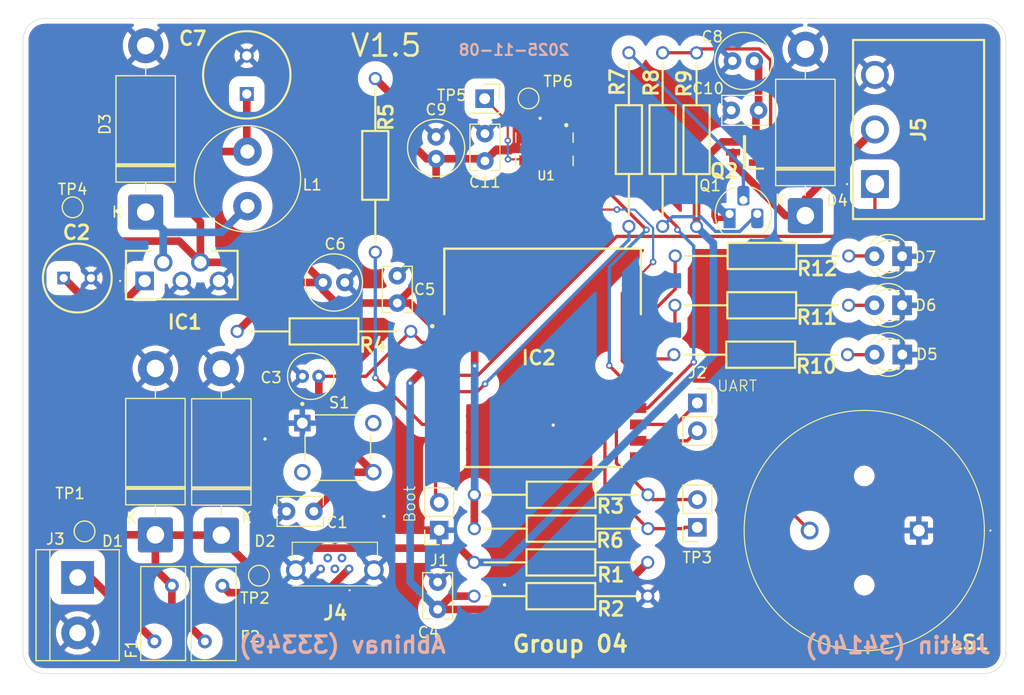
<source format=kicad_pcb>
(kicad_pcb (version 20241229) (generator "pcbnew") (generator_version "9.0")
  (title_block (title "KnockLock") (date "2025-11-08") (rev "V1.5") (company "HSRW") (comment 1 "Group 04") (comment 2 "Justin Julius Chin Cheong - 34140") (comment 3 "Abhinav Kothari - 33349"))
  (layers (0 "F.Cu" signal) (2 "B.Cu" signal) (13 "F.Paste" user) (15 "B.Paste" user) (5 "F.SilkS" user "F.Silkscreen") (7 "B.SilkS" user "B.Silkscreen") (1 "F.Mask" user) (3 "B.Mask" user) (25 "Edge.Cuts" user))
  (net 0 "")
  (net 1 "+5V")
  (net 2 "GND")
  (net 3 "+3.3V")
  (net 4 "BAT_V")
  (net 5 "MRESET")
  (net 6 "Net-(D3-K)")
  (net 7 "Net-(D4-K)")
  (net 8 "Net-(D5-A)")
  (net 9 "Net-(D6-A)")
  (net 10 "Net-(D7-A)")
  (net 11 "SDA")
  (net 12 "YLED")
  (net 13 "SERVO")
  (net 14 "RX")
  (net 15 "SCL")
  (net 16 "WAKE_INT")
  (net 17 "Net-(J3-Pin_1)")
  (net 18 "GLED")
  (net 19 "RLED")
  (net 20 "CONTROL")
  (net 21 "BUZZ")
  (net 22 "Net-(IC2-IO8)")
  (net 24 "TX")
  (net 25 "BOOT")
  (net 33 "Net-(F2-Pad1)")
  (net 35 "Net-(Q1-B)")
  (net 36 "Net-(Q1-C)")
  (net 37 "Net-(Q2-G)")
  (footprint "SamacSys_Parts:CAPPRD350W65D800H1300" (layer "F.Cu") (at 125.032016 76.050747 90)
    (property "Reference" "C7")
    (property "Value" "330uF" (hide yes))
  )
  (footprint "SamacSys_Parts:ESP32C3WROOM02N4" (layer "F.Cu") (at 153.082616 103.514447)
    (property "Reference" "IC2")
    (property "Value" "ESP32-C3-WROOM-02-N4" (hide yes))
  )
  (footprint "SamacSys_Parts:RESAD1590W60L630D240" (layer "F.Cu") (at 145.847616 122.040647)
    (property "Reference" "R2")
    (property "Value" "6.8kOhms" (hide yes))
  )
  (footprint "Fuse:Fuse_BelFuse_0ZRE0012FF_L8.3mm_W3.8mm" (layer "F.Cu") (at 116.572716 126.177147 90)
    (property "Reference" "F1")
    (property "Value" "Polyfuse")
  )
  (footprint "LED_THT:LED_D3.0mm" (layer "F.Cu") (at 185.060816 99.917947 180)
    (property "Reference" "D5")
    (property "Value" "R-LED")
  )
  (footprint "Capacitor_THT:C_Rect_L4.0mm_W2.5mm_P2.50mm" (layer "F.Cu") (at 138.816516 92.698947 -90)
    (property "Reference" "C5")
    (property "Value" "0.1uF")
  )
  (footprint "Fuse:Fuse_BelFuse_0ZRE0012FF_L8.3mm_W3.8mm" (layer "F.Cu") (at 122.792716 121.087147 -90)
    (property "Reference" "F2")
    (property "Value" "Polyfuse")
  )
  (footprint "Diode_THT:D_DO-201AD_P15.24mm_Horizontal" (layer "F.Cu") (at 116.661516 116.423647 90)
    (property "Reference" "D1")
    (property "Value" "1N5822")
  )
  (footprint "SamacSys_Parts:SOT95P237X112-3N" (layer "F.Cu") (at 170.612416 81.387847 180)
    (property "Reference" "Q2")
    (property "Value" "IRLML6402TRPBF" (hide yes))
  )
  (footprint "SamacSys_Parts:RESAD1590W60L630D240" (layer "F.Cu") (at 163.115216 88.178447 90)
    (property "Reference" "R8")
    (property "Value" "100 Ohms" (hide yes))
  )
  (footprint "TestPoint:TestPoint_Pad_D1.5mm" (layer "F.Cu") (at 126.142716 120.167147)
    (property "Reference" "TP2")
    (property "Value" "TP_Ext")
  )
  (footprint "SamacSys_Parts:PKM22EPPH4001B0" (layer "F.Cu") (at 186.579816 116.032047 180)
    (property "Reference" "LS1")
    (property "Value" "PKM22EPPH4001-B0" (hide yes))
  )
  (footprint "Connector_PinSocket_2.54mm:PinSocket_1x01_P2.54mm_Vertical" (layer "F.Cu") (at 146.815416 76.481947)
    (property "Reference" "TP5")
    (property "Value" "TP_IMUINT")
  )
  (footprint "LED_THT:LED_D3.0mm" (layer "F.Cu") (at 185.046516 95.398747 180)
    (property "Reference" "D6")
    (property "Value" "Y-LED")
  )
  (footprint "SamacSys_Parts:RESAD1590W60L630D240" (layer "F.Cu") (at 145.871516 115.857647)
    (property "Reference" "R6")
    (property "Value" "4k7Ohms" (hide yes))
  )
  (footprint "Diode_THT:D_DO-201AD_P15.24mm_Horizontal" (layer "F.Cu") (at 122.701516 116.453647 90)
    (property "Reference" "D2")
    (property "Value" "1N5822")
  )
  (footprint "Diode_THT:D_DO-201AD_P15.24mm_Horizontal" (layer "F.Cu") (at 115.772016 86.870747 90)
    (property "Reference" "D3")
    (property "Value" "1N5822")
  )
  (footprint "Connector_PinSocket_2.54mm:PinSocket_1x02_P2.54mm_Vertical" (layer "F.Cu") (at 166.291716 104.350147)
    (property "Reference" "J2")
    (property "Value" "UART")
  )
  (footprint "SamacSys_Parts:TBP04R1250003BE" (layer "F.Cu") (at 182.554016 84.303647 90)
    (property "Reference" "J5")
    (property "Value" "TBP04R12-500-03BE" (hide yes))
  )
  (footprint "Diode_THT:D_DO-201AD_P15.24mm_Horizontal" (layer "F.Cu") (at 176.184016 87.193647 90)
    (property "Reference" "D4")
    (property "Value" "1N5822")
  )
  (footprint "ADXL345BCCZ-RL7:PQFN80P500X300X100-14N" (layer "F.Cu") (at 152.291716 81.115147 -90)
    (property "Reference" "U1")
    (property "Value" "ADXL345BCCZ-RL7")
  )
  (footprint "SamacSys_Parts:RESAD1590W60L630D240" (layer "F.Cu") (at 164.264153 90.883617)
    (property "Reference" "R12")
    (property "Value" "27 Ohms" (hide yes))
  )
  (footprint "Capacitor_THT:C_Rect_L4.0mm_W2.5mm_P2.50mm" (layer "F.Cu") (at 169.402416 77.547847)
    (property "Reference" "C10")
    (property "Value" "0.1uF")
  )
  (footprint "SamacSys_Parts:RESAD1590W60L630D240" (layer "F.Cu") (at 166.221316 72.287547 -90)
    (property "Reference" "R9")
    (property "Value" "100kOhms" (hide yes))
  )
  (footprint "SamacSys_Parts:USB3145301A" (layer "F.Cu") (at 133.097716 119.327147 180)
    (property "Reference" "J4")
    (property "Value" "USB3145-30-1-A" (hide yes))
  )
  (footprint "LED_THT:LED_D3.0mm" (layer "F.Cu") (at 185.047116 90.910947 180)
    (property "Reference" "D7")
    (property "Value" "G-LED")
  )
  (footprint "Inductor_THT:L_Radial_D9.5mm_P5.00mm_Fastron_07HVP" (layer "F.Cu") (at 125.092016 86.320747 90)
    (property "Reference" "L1")
    (property "Value" "330uH")
  )
  (footprint "SamacSys_Parts:CAPPRD250W55D630H1220" (layer "F.Cu") (at 108.262016 92.910747)
    (property "Reference" "C2")
    (property "Value" "100uF")
  )
  (footprint "TestPoint:TestPoint_Pad_D1.5mm" (layer "F.Cu") (at 110.172716 116.107147 180)
    (property "Reference" "TP1")
    (property "Value" "TP_Bat")
  )
  (footprint "SamacSys_Parts:RESAD1590W60L630D240" (layer "F.Cu") (at 160.023716 88.178447 90)
    (property "Reference" "R7")
    (property "Value" "10kOhms" (hide yes))
  )
  (footprint "Capacitor_THT:C_Radial_D4.0mm_H7.0mm_P1.50mm" (layer "F.Cu") (at 131.631116 101.906147 180)
    (property "Reference" "C3")
    (property "Value" "1uF")
  )
  (footprint "SamacSys_Parts:RESAD1590W60L630D240" (layer "F.Cu") (at 140.051116 97.796147 180)
    (property "Reference" "R4")
    (property "Value" "10kOhms" (hide yes))
  )
  (footprint "SamacSys_Parts:RESAD1590W60L630D240" (layer "F.Cu") (at 164.241812 95.405069)
    (property "Reference" "R11")
    (property "Value" "27 Ohms" (hide yes))
  )
  (footprint "SamacSys_Parts:RESAD1590W60L630D240" (layer "F.Cu") (at 145.872516 112.756647)
    (property "Reference" "R3")
    (property "Value" "4k7Ohms" (hide yes))
  )
  (footprint "Capacitor_THT:C_Radial_D5.0mm_H11.0mm_P2.00mm" (layer "F.Cu") (at 169.512416 73.027847)
    (property "Reference" "C8")
    (property "Value" "10uF")
  )
  (footprint "Connector_PinSocket_2.54mm:PinSocket_1x02_P2.54mm_Vertical" (layer "F.Cu") (at 142.652516 115.996647 180)
    (property "Reference" "J1")
    (property "Value" "Boot Pins")
  )
  (footprint "Connector_PinSocket_2.54mm:PinSocket_1x02_P2.54mm_Vertical" (layer "F.Cu") (at 166.291716 115.736647 180)
    (property "Reference" "TP3")
    (property "Value" "TP_I2C")
  )
  (footprint "TerminalBlock:TerminalBlock_bornier-2_P5.08mm" (layer "F.Cu") (at 109.542716 120.327147 -90)
    (property "Reference" "J3")
    (property "Value" "Screw_Terminal_01x02")
  )
  (footprint "Package_TO_SOT_THT:TO-92_HandSolder" (layer "F.Cu") (at 169.242416 87.037847)
    (property "Reference" "Q1")
    (property "Value" "BC547B")
  )
  (footprint "SamacSys_Parts:RESAD1590W60L630D240" (layer "F.Cu") (at 145.847616 118.949147)
    (property "Reference" "R1")
    (property "Value" "10kOhms" (hide yes))
  )
  (footprint "TestPoint:TestPoint_Pad_D1.5mm" (layer "F.Cu") (at 109.082016 86.430747)
    (property "Reference" "TP4")
    (property "Value" "TP_3.3V")
  )
  (footprint "SamacSys_Parts:LM257533WT" (layer "F.Cu") (at 115.678016 93.170747)
    (property "Reference" "IC1")
    (property "Value" "LM2575-3.3WT" (hide yes))
  )
  (footprint "Capacitor_THT:C_Radial_D5.0mm_H11.0mm_P2.00mm" (layer "F.Cu") (at 134.011716 93.315147 180)
    (property "Reference" "C6")
    (property "Value" "10uF")
  )
  (footprint "Capacitor_THT:C_Radial_D5.0mm_H11.0mm_P2.00mm" (layer "F.Cu") (at 142.371716 79.985147 -90)
    (property "Reference" "C9")
    (property "Value" "10uF")
  )
  (footprint "Capacitor_THT:C_Rect_L4.0mm_W2.5mm_P2.50mm" (layer "F.Cu") (at 142.512516 123.256647 90)
    (property "Reference" "C4")
    (property "Value" "0.1uF")
  )
  (footprint "Capacitor_THT:C_Rect_L4.0mm_W2.5mm_P2.50mm" (layer "F.Cu") (at 146.841716 79.685147 -90)
    (property "Reference" "C11")
    (property "Value" "0.1uF")
  )
  (footprint "Capacitor_THT:C_Rect_L4.0mm_W2.5mm_P2.50mm" (layer "F.Cu") (at 128.672716 114.277147)
    (property "Reference" "C1")
    (property "Value" "0.1uF")
  )
  (footprint "TS02-66-60-BK-260-LCR-D:SW_TS02-66-60-BK-260-LCR-D" (layer "F.Cu") (at 133.370432 108.441657)
    (property "Reference" "S1")
    (property "Value" "TS02-66-60-BK-260-LCR-D")
  )
  (footprint "SamacSys_Parts:RESAD1590W60L630D240" (layer "F.Cu") (at 164.14746 99.927391)
    (property "Reference" "R10")
    (property "Value" "27 Ohms" (hide yes))
  )
  (footprint "SamacSys_Parts:RESAD1590W60L630D240" (layer "F.Cu") (at 136.802016 74.640747 -90)
    (property "Reference" "R5")
    (property "Value" "10kOhms" (hide yes))
  )
  (footprint "TestPoint:TestPoint_Pad_D1.5mm" (layer "F.Cu") (at 150.835416 76.461947)
    (property "Reference" "TP6")
    (property "Value" "TP_IMUV")
  )
  (gr_line (start 192.541716 129.125147) (end 106.541716 129.125147) (stroke (width 0.05)) (layer "Edge.Cuts"))
  (gr_arc (start 192.541716 69.125147) (mid 193.95593 69.710933) (end 194.541716 71.125147) (stroke (width 0.05)) (layer "Edge.Cuts"))
  (gr_line (start 106.541716 69.125147) (end 192.541716 69.125147) (stroke (width 0.05)) (layer "Edge.Cuts"))
  (gr_arc (start 104.541716 71.125147) (mid 105.127502 69.710933) (end 106.541716 69.125147) (stroke (width 0.05)) (layer "Edge.Cuts"))
  (gr_arc (start 106.541716 129.125147) (mid 105.127502 128.539361) (end 104.541716 127.125147) (stroke (width 0.05)) (layer "Edge.Cuts"))
  (gr_line (start 104.541716 127.125147) (end 104.541716 71.125147) (stroke (width 0.05)) (layer "Edge.Cuts"))
  (gr_line (start 194.541716 71.125147) (end 194.541716 127.125147) (stroke (width 0.05)) (layer "Edge.Cuts"))
  (gr_arc (start 194.541716 127.125147) (mid 193.95593 128.539361) (end 192.541716 129.125147) (stroke (width 0.05)) (layer "Edge.Cuts"))
  (gr_text "${PROJECTNAME} ${REVISION}\n" (at 132.87 72.78 0) (layer "F.SilkS") (effects (font (size 2 2) (thickness 0.25)) (justify left bottom)))
  (gr_text "Boot" (at 140.541716 115.375147 90) (layer "F.SilkS") (effects (font (size 1 1) (thickness 0.1)) (justify left bottom)))
  (gr_text "UART" (at 168.041716 103.375147 0) (layer "F.SilkS") (effects (font (size 1 1) (thickness 0.1)) (justify left bottom)))
  (gr_text "${COMMENT1}" (at 149.21 127.3 0) (layer "F.SilkS") (effects (font (size 1.5 1.5) (thickness 0.3) (bold yes)) (justify left bottom)))
  (gr_text "Justin (34140)" (at 193.321716 127.425147 0) (layer "B.SilkS") (effects (font (size 1.5 1.5) (thickness 0.3) (bold yes)) (justify left bottom mirror)))
  (gr_text "Abhinav (33349)" (at 143.411716 127.375147 0) (layer "B.SilkS") (effects (font (size 1.5 1.5) (thickness 0.3) (bold yes)) (justify left bottom mirror)))
  (gr_text "${ISSUE_DATE}" (at 154.68412 72.604607 0) (layer "B.SilkS") (effects (font (size 1 1) (thickness 0.2) (bold yes)) (justify left bottom mirror)))
  (segment (start 113.223616 95.625147) (end 110.976416 95.625147) (width 0.7) (layer "F.Cu") (net 1))
  (segment (start 166.221316 88.187547) (end 166.221316 82.776947) (width 0.7) (layer "F.Cu") (net 1))
  (segment (start 122.701516 116.725947) (end 126.142716 120.167147) (width 0.7) (layer "F.Cu") (net 1))
  (segment (start 115.678016 93.170747) (end 113.223616 95.625147) (width 0.7) (layer "F.Cu") (net 1))
  (segment (start 168.560416 80.437847) (end 171.662416 80.437847) (width 0.7) (layer "F.Cu") (net 1))
  (segment (start 122.701516 116.453647) (end 116.691516 116.453647) (width 0.7) (layer "F.Cu") (net 1))
  (segment (start 110.172716 94.821447) (end 108.262016 92.910747) (width 0.7) (layer "F.Cu") (net 1))
  (segment (start 110.976416 95.625147) (end 108.262016 92.910747) (width 0.7) (layer "F.Cu") (net 1))
  (segment (start 110.172716 116.107147) (end 110.172716 94.821447) (width 0.7) (layer "F.Cu") (net 1))
  (segment (start 166.221316 82.776947) (end 168.560416 80.437847) (width 0.7) (layer "F.Cu") (net 1))
  (segment (start 171.902416 77.547847) (end 171.902416 73.417847) (width 0.7) (layer "F.Cu") (net 1))
  (segment (start 116.691516 116.453647) (end 116.661516 116.423647) (width 0.7) (layer "F.Cu") (net 1))
  (segment (start 118.172716 121.077147) (end 118.172716 123.167147) (width 0.7) (layer "F.Cu") (net 1))
  (segment (start 171.662416 77.787847) (end 171.902416 77.547847) (width 0.7) (layer "F.Cu") (net 1))
  (segment (start 171.902416 73.417847) (end 171.512416 73.027847) (width 0.7) (layer "F.Cu") (net 1))
  (segment (start 144.544616 117.646147) (end 128.663716 117.646147) (width 0.7) (layer "F.Cu") (net 1))
  (segment (start 122.701516 116.453647) (end 122.701516 116.725947) (width 0.7) (layer "F.Cu") (net 1))
  (segment (start 145.847616 118.949147) (end 144.544616 117.646147) (width 0.7) (layer "F.Cu") (net 1))
  (segment (start 128.663716 117.646147) (end 126.142716 120.167147) (width 0.7) (layer "F.Cu") (net 1))
  (segment (start 171.662416 80.437847) (end 171.662416 77.787847) (width 0.7) (layer "F.Cu") (net 1))
  (segment (start 116.661516 116.423647) (end 116.661516 119.565947) (width 0.7) (layer "F.Cu") (net 1))
  (segment (start 110.489216 116.423647) (end 110.172716 116.107147) (width 0.7) (layer "F.Cu") (net 1))
  (segment (start 116.661516 116.423647) (end 110.489216 116.423647) (width 0.7) (layer "F.Cu") (net 1))
  (segment (start 118.172716 123.167147) (end 121.192716 126.187147) (width 0.7) (layer "F.Cu") (net 1))
  (segment (start 116.661516 119.565947) (end 118.172716 121.077147) (width 0.7) (layer "F.Cu") (net 1))
  (segment (start 167.761716 99.937933) (end 148.750502 118.949147) (width 0.7) (layer "B.Cu") (net 1))
  (segment (start 167.761716 89.727947) (end 167.761716 99.937933) (width 0.7) (layer "B.Cu") (net 1))
  (segment (start 166.221316 88.187547) (end 167.761716 89.727947) (width 0.7) (layer "B.Cu") (net 1))
  (segment (start 148.750502 118.949147) (end 145.847616 118.949147) (width 0.7) (layer "B.Cu") (net 1))
  (segment (start 151.091716 80.105147) (end 151.895981 79.300882) (width 0.3) (layer "F.Cu") (net 2))
  (segment (start 151.091716 80.105147) (end 151.891716 80.105147) (width 0.3) (layer "F.Cu") (net 2))
  (segment (start 152.145981 78.875147) (end 153.041716 78.875147) (width 0.3) (layer "F.Cu") (net 2))
  (segment (start 153.041716 78.875147) (end 153.490716 79.324147) (width 0.3) (layer "F.Cu") (net 2))
  (segment (start 153.490716 79.344147) (end 153.491716 79.345147) (width 0.3) (layer "F.Cu") (net 2))
  (segment (start 138.863216 115.996647) (end 137.591716 114.725147) (width 0.7) (layer "F.Cu") (net 2))
  (segment (start 151.895981 80.100882) (end 151.891716 80.105147) (width 0.3) (layer "F.Cu") (net 2))
  (segment (start 153.491716 82.125147) (end 153.491716 80.105147) (width 0.3) (layer "F.Cu") (net 2))
  (segment (start 151.895981 78.625147) (end 152.145981 78.875147) (width 0.3) (layer "F.Cu") (net 2))
  (segment (start 142.652516 115.996647) (end 138.863216 115.996647) (width 0.7) (layer "F.Cu") (net 2))
  (segment (start 151.895981 79.300882) (end 151.895981 78.625147) (width 0.3) (layer "F.Cu") (net 2))
  (segment (start 153.491716 79.345147) (end 153.491716 80.105147) (width 0.3) (layer "F.Cu") (net 2))
  (segment (start 151.895981 78.279412) (end 151.895981 80.100882) (width 0.3) (layer "F.Cu") (net 2))
  (segment (start 153.490716 79.324147) (end 153.490716 79.344147) (width 0.3) (layer "F.Cu") (net 2))
  (via (at 126.7 107.65) (size 0.6) (drill 0.3) (layers "F.Cu" "B.Cu") (net 2))
  (via (at 148.641716 121) (size 0.6) (drill 0.3) (layers "F.Cu" "B.Cu") (net 2))
  (via (at 153.091716 106.375147) (size 0.6) (drill 0.3) (layers "F.Cu" "B.Cu") (net 2))
  (via (at 137.591716 114.725147) (size 0.6) (drill 0.3) (layers "F.Cu" "B.Cu") (net 2))
  (via (at 151.895981 78.279412) (size 0.6) (drill 0.3) (layers "F.Cu" "B.Cu") (net 2))
  (segment (start 168.854416 87.037847) (end 167.741716 85.925147) (width 0.7) (layer "B.Cu") (net 2))
  (segment (start 120.946116 81.320747) (end 125.092016 81.320747) (width 0.7) (layer "F.Cu") (net 3))
  (segment (start 118.839416 89.525147) (end 120.783016 91.468747) (width 0.7) (layer "F.Cu") (net 3))
  (segment (start 119.361716 82.905147) (end 120.946116 81.320747) (width 0.7) (layer "F.Cu") (net 3))
  (segment (start 150.291716 80.105147) (end 150.291716 81.105147) (width 0.3) (layer "F.Cu") (net 3))
  (segment (start 142.371716 81.985147) (end 141.501716 81.985147) (width 0.7) (layer "F.Cu") (net 3))
  (segment (start 139.975516 95.198947) (end 138.816516 95.198947) (width 0.7) (layer "F.Cu") (net 3))
  (segment (start 150.291716 79.035147) (end 151.651716 77.675147) (width 0.3) (layer "F.Cu") (net 3))
  (segment (start 143.372616 97.314447) (end 142.091016 97.314447) (width 0.7) (layer "F.Cu") (net 3))
  (segment (start 124.170716 97.796147) (end 128.651716 93.315147) (width 0.7) (layer "F.Cu") (net 3))
  (segment (start 150.291716 81.105147) (end 150.281716 81.115147) (width 0.3) (layer "F.Cu") (net 3))
  (segment (start 124.151116 97.796147) (end 124.170716 97.796147) (width 0.7) (layer "F.Cu") (net 3))
  (segment (start 142.371716 91.643747) (end 138.816516 95.198947) (width 0.7) (layer "F.Cu") (net 3))
  (segment (start 119.361716 86.345147) (end 119.361716 82.905147) (width 0.7) (layer "F.Cu") (net 3))
  (segment (start 145.901716 99.013547) (end 145.901716 100.945147) (width 0.7) (layer "F.Cu") (net 3))
  (segment (start 130.165316 91.468747) (end 132.011716 93.315147) (width 0.7) (layer "F.Cu") (net 3))
  (segment (start 120.783016 87.766447) (end 119.361716 86.345147) (width 0.7) (layer "F.Cu") (net 3))
  (segment (start 132.011716 93.995147) (end 132.011716 93.315147) (width 0.7) (layer "F.Cu") (net 3))
  (segment (start 142.371716 81.985147) (end 142.371716 91.643747) (width 0.7) (layer "F.Cu") (net 3))
  (segment (start 125.032016 81.260747) (end 125.092016 81.320747) (width 0.7) (layer "F.Cu") (net 3))
  (segment (start 139.041716 79.525147) (end 139.041716 76.880447) (width 0.7) (layer "F.Cu") (net 3))
  (segment (start 142.091016 97.314447) (end 139.975516 95.198947) (width 0.7) (layer "F.Cu") (net 3))
  (segment (start 144.202616 97.314447) (end 145.901716 99.013547) (width 0.7) (layer "F.Cu") (net 3))
  (segment (start 147.911716 81.115147) (end 146.841716 82.185147) (width 0.7) (layer "F.Cu") (net 3))
  (segment (start 138.816516 95.198947) (end 133.215516 95.198947) (width 0.7) (layer "F.Cu") (net 3))
  (segment (start 146.641716 81.985147) (end 146.841716 82.185147) (width 0.7) (layer "F.Cu") (net 3))
  (segment (start 153.201716 77.675147) (end 154.291716 78.765147) (width 0.3) (layer "F.Cu") (net 3))
  (segment (start 147.792716 81.234147) (end 146.841716 82.185147) (width 0.7) (layer "F.Cu") (net 3))
  (segment (start 141.501716 81.985147) (end 139.041716 79.525147) (width 0.7) (layer "F.Cu") (net 3))
  (segment (start 128.651716 93.315147) (end 132.011716 93.315147) (width 0.7) (layer "F.Cu") (net 3))
  (segment (start 109.082016 86.430747) (end 112.176416 89.525147) (width 0.7) (layer "F.Cu") (net 3))
  (segment (start 145.871516 112.757647) (end 145.872516 112.756647) (width 0.7) (layer "F.Cu") (net 3))
  (segment (start 149.732716 77.564647) (end 149.732716 80.646933) (width 0.7) (layer "F.Cu") (net 3))
  (segment (start 139.041716 76.880447) (end 136.802016 74.640747) (width 0.7) (layer "F.Cu") (net 3))
  (segment (start 149.145502 81.234147) (end 147.792716 81.234147) (width 0.7) (layer "F.Cu") (net 3))
  (segment (start 133.215516 95.198947) (end 132.011716 93.995147) (width 0.7) (layer "F.Cu") (net 3))
  (segment (start 149.732716 80.646933) (end 149.145502 81.234147) (width 0.7) (layer "F.Cu") (net 3))
  (segment (start 120.641716 91.327447) (end 120.783016 91.468747) (width 0.7) (layer "F.Cu") (net 3))
  (segment (start 150.835416 76.461947) (end 149.732716 77.564647) (width 0.7) (layer "F.Cu") (net 3))
  (segment (start 145.871516 115.857647) (end 145.871516 112.757647) (width 0.7) (layer "F.Cu") (net 3))
  (segment (start 120.783016 91.468747) (end 120.783016 87.766447) (width 0.7) (layer "F.Cu") (net 3))
  (segment (start 120.783016 91.468747) (end 130.165316 91.468747) (width 0.7) (layer "F.Cu") (net 3))
  (segment (start 142.371716 81.985147) (end 146.641716 81.985147) (width 0.7) (layer "F.Cu") (net 3))
  (segment (start 150.291716 80.105147) (end 150.291716 79.035147) (width 0.3) (layer "F.Cu") (net 3))
  (segment (start 125.032016 76.050747) (end 125.032016 81.260747) (width 0.7) (layer "F.Cu") (net 3))
  (segment (start 150.281716 81.115147) (end 147.911716 81.115147) (width 0.7) (layer "F.Cu") (net 3))
  (segment (start 154.291716 78.765147) (end 154.291716 80.105147) (width 0.3) (layer "F.Cu") (net 3))
  (segment (start 151.651716 77.675147) (end 153.201716 77.675147) (width 0.3) (layer "F.Cu") (net 3))
  (segment (start 143.372616 97.314447) (end 144.202616 97.314447) (width 0.7) (layer "F.Cu") (net 3))
  (segment (start 112.176416 89.525147) (end 118.839416 89.525147) (width 0.7) (layer "F.Cu") (net 3))
  (via (at 145.901716 100.945147) (size 0.6) (drill 0.3) (layers "F.Cu" "B.Cu") (net 3))
  (segment (start 145.901716 112.727447) (end 145.872516 112.756647) (width 0.7) (layer "B.Cu") (net 3))
  (segment (start 145.901716 100.945147) (end 145.901716 112.727447) (width 0.7) (layer "B.Cu") (net 3))
  (segment (start 145.847616 122.040647) (end 143.728516 122.040647) (width 0.7) (layer "F.Cu") (net 4))
  (segment (start 142.212416 100.314447) (end 143.372616 100.314447) (width 0.7) (layer "F.Cu") (net 4))
  (segment (start 143.728516 122.040647) (end 142.512516 123.256647) (width 0.7) (layer "F.Cu") (net 4))
  (segment (start 161.747616 118.949147) (end 157.440116 123.256647) (width 0.7) (layer "F.Cu") (net 4))
  (segment (start 157.440116 123.256647) (end 142.512516 123.256647) (width 0.7) (layer "F.Cu") (net 4))
  (segment (start 139.991716 102.535147) (end 142.212416 100.314447) (width 0.7) (layer "F.Cu") (net 4))
  (via (at 139.991716 102.535147) (size 0.6) (drill 0.3) (layers "F.Cu" "B.Cu") (net 4))
  (segment (start 142.512516 123.256647) (end 139.991716 120.735847) (width 0.7) (layer "B.Cu") (net 4))
  (segment (start 139.991716 120.735847) (end 139.991716 102.535147) (width 0.7) (layer "B.Cu") (net 4))
  (segment (start 135.941116 101.906147) (end 140.051116 97.796147) (width 0.3) (layer "F.Cu") (net 5))
  (segment (start 131.631116 101.906147) (end 135.941116 101.906147) (width 0.3) (layer "F.Cu") (net 5))
  (segment (start 134.758206 110.691657) (end 131.172716 114.277147) (width 0.7) (layer "F.Cu") (net 5))
  (segment (start 131.631116 105.702341) (end 131.631116 101.906147) (width 0.7) (layer "F.Cu") (net 5))
  (segment (start 140.051116 97.796147) (end 141.069416 98.814447) (width 0.3) (layer "F.Cu") (net 5))
  (segment (start 136.620432 110.691657) (end 131.631116 105.702341) (width 0.7) (layer "F.Cu") (net 5))
  (segment (start 136.620432 110.691657) (end 134.758206 110.691657) (width 0.7) (layer "F.Cu") (net 5))
  (segment (start 141.069416 98.814447) (end 143.372616 98.814447) (width 0.3) (layer "F.Cu") (net 5))
  (segment (start 117.380016 88.478747) (end 115.772016 86.870747) (width 0.7) (layer "B.Cu") (net 6))
  (segment (start 125.092016 86.320747) (end 122.687616 88.725147) (width 0.7) (layer "B.Cu") (net 6))
  (segment (start 117.626416 88.725147) (end 115.772016 86.870747) (width 0.7) (layer "B.Cu") (net 6))
  (segment (start 122.687616 88.725147) (end 117.626416 88.725147) (width 0.7) (layer "B.Cu") (net 6))
  (segment (start 117.380016 91.468747) (end 117.380016 88.478747) (width 0.7) (layer "B.Cu") (net 6))
  (segment (start 176.184016 87.193647) (end 176.184016 85.673647) (width 0.7) (layer "F.Cu") (net 7))
  (segment (start 176.184016 85.673647) (end 182.554016 79.303647) (width 0.7) (layer "F.Cu") (net 7))
  (segment (start 169.562416 82.387847) (end 169.562416 81.387847) (width 0.7) (layer "F.Cu") (net 7))
  (segment (start 176.184016 87.193647) (end 174.368216 87.193647) (width 0.7) (layer "F.Cu") (net 7))
  (segment (start 174.368216 87.193647) (end 169.562416 82.387847) (width 0.7) (layer "F.Cu") (net 7))
  (segment (start 182.511372 99.927391) (end 182.520816 99.917947) (width 0.3) (layer "F.Cu") (net 8))
  (segment (start 180.04746 99.927391) (end 182.511372 99.927391) (width 0.3) (layer "F.Cu") (net 8))
  (segment (start 182.500194 95.405069) (end 182.506516 95.398747) (width 0.3) (layer "F.Cu") (net 9))
  (segment (start 180.141812 95.405069) (end 182.500194 95.405069) (width 0.3) (layer "F.Cu") (net 9))
  (segment (start 180.164153 90.883617) (end 182.479786 90.883617) (width 0.3) (layer "F.Cu") (net 10))
  (segment (start 182.479786 90.883617) (end 182.507116 90.910947) (width 0.3) (layer "F.Cu") (net 10))
  (segment (start 161.771516 115.857647) (end 157.831716 111.917847) (width 0.3) (layer "F.Cu") (net 11))
  (segment (start 155.262216 82.125147) (end 161.631716 88.494647) (width 0.3) (layer "F.Cu") (net 11))
  (segment (start 160.572616 103.314447) (end 160.872616 103.314447) (width 0.3) (layer "F.Cu") (net 11))
  (segment (start 165.011516 115.857647) (end 165.132516 115.736647) (width 0.3) (layer "F.Cu") (net 11))
  (segment (start 161.771516 115.857647) (end 165.011516 115.857647) (width 0.3) (layer "F.Cu") (net 11))
  (segment (start 154.291716 82.125147) (end 155.262216 82.125147) (width 0.3) (layer "F.Cu") (net 11))
  (segment (start 158.231716 100.925147) (end 160.621016 103.314447) (width 0.3) (layer "F.Cu") (net 11))
  (segment (start 157.831716 111.917847) (end 157.831716 106.055347) (width 0.3) (layer "F.Cu") (net 11))
  (segment (start 154.321716 82.125147) (end 154.341716 82.145147) (width 0.3) (layer "F.Cu") (net 11))
  (segment (start 157.831716 106.055347) (end 160.572616 103.314447) (width 0.3) (layer "F.Cu") (net 11))
  (segment (start 161.174616 103.314447) (end 160.872616 103.314447) (width 0.3) (layer "F.Cu") (net 11))
  (segment (start 165.132516 115.736647) (end 166.291716 115.736647) (width 0.3) (layer "F.Cu") (net 11))
  (segment (start 160.872616 103.314447) (end 160.570616 103.314447) (width 0.3) (layer "F.Cu") (net 11))
  (segment (start 154.291716 82.125147) (end 154.321716 82.125147) (width 0.3) (layer "F.Cu") (net 11))
  (segment (start 160.621016 103.314447) (end 160.872616 103.314447) (width 0.3) (layer "F.Cu") (net 11))
  (via (at 158.231716 100.925147) (size 0.6) (drill 0.3) (layers "F.Cu" "B.Cu") (net 11))
  (via (at 161.631716 88.494647) (size 0.6) (drill 0.3) (layers "F.Cu" "B.Cu") (net 11))
  (segment (start 158.231716 91.894647) (end 158.231716 100.925147) (width 0.3) (layer "B.Cu") (net 11))
  (segment (start 161.631716 88.494647) (end 158.231716 91.894647) (width 0.3) (layer "B.Cu") (net 11))
  (segment (start 164.241812 95.405069) (end 164.241812 97.425051) (width 0.3) (layer "F.Cu") (net 12))
  (segment (start 164.241812 97.425051) (end 162.852416 98.814447) (width 0.3) (layer "F.Cu") (net 12))
  (segment (start 162.852416 98.814447) (end 160.872616 98.814447) (width 0.3) (layer "F.Cu") (net 12))
  (segment (start 146.142416 103.314447) (end 146.851716 102.605147) (width 0.3) (layer "F.Cu") (net 13))
  (segment (start 143.372616 103.314447) (end 146.142416 103.314447) (width 0.3) (layer "F.Cu") (net 13))
  (via (at 146.851716 102.605147) (size 0.6) (drill 0.3) (layers "F.Cu" "B.Cu") (net 13))
  (segment (start 146.851716 102.605147) (end 146.851716 102.585147) (width 0.3) (layer "B.Cu") (net 13))
  (segment (start 160.023716 89.413147) (end 160.023716 88.178447) (width 0.3) (layer "B.Cu") (net 13))
  (segment (start 146.851716 102.585147) (end 160.023716 89.413147) (width 0.3) (layer "B.Cu") (net 13))
  (segment (start 165.367416 107.814447) (end 166.291716 106.890147) (width 0.3) (layer "F.Cu") (net 14))
  (segment (start 160.872616 107.814447) (end 165.367416 107.814447) (width 0.3) (layer "F.Cu") (net 14))
  (segment (start 160.572616 104.814447) (end 160.872616 104.814447) (width 0.3) (layer "F.Cu") (net 15))
  (segment (start 160.872616 104.814447) (end 161.752416 104.814447) (width 0.3) (layer "F.Cu") (net 15))
  (segment (start 162.212516 113.196647) (end 166.291716 113.196647) (width 0.3) (layer "F.Cu") (net 15))
  (segment (start 157.326123 81.115147) (end 164.471716 88.26074) (width 0.3) (layer "F.Cu") (net 15))
  (segment (start 161.752416 104.814447) (end 165.961716 100.605147) (width 0.3) (layer "F.Cu") (net 15))
  (segment (start 164.471716 88.26074) (end 164.471716 88.485147) (width 0.3) (layer "F.Cu") (net 15))
  (segment (start 154.301716 81.115147) (end 157.326123 81.115147) (width 0.3) (layer "F.Cu") (net 15))
  (segment (start 161.772516 112.756647) (end 158.881716 109.865847) (width 0.3) (layer "F.Cu") (net 15))
  (segment (start 158.881716 109.865847) (end 158.881716 106.505347) (width 0.3) (layer "F.Cu") (net 15))
  (segment (start 161.772516 112.756647) (end 162.212516 113.196647) (width 0.3) (layer "F.Cu") (net 15))
  (segment (start 158.881716 106.505347) (end 160.572616 104.814447) (width 0.3) (layer "F.Cu") (net 15))
  (via (at 165.961716 100.605147) (size 0.6) (drill 0.3) (layers "F.Cu" "B.Cu") (net 15))
  (via (at 164.471716 88.485147) (size 0.6) (drill 0.3) (layers "F.Cu" "B.Cu") (net 15))
  (segment (start 165.961716 89.975147) (end 164.471716 88.485147) (width 0.3) (layer "B.Cu") (net 15))
  (segment (start 165.961716 100.605147) (end 165.961716 89.975147) (width 0.3) (layer "B.Cu") (net 15))
  (segment (start 150.201716 82.035147) (end 150.291716 82.125147) (width 0.2) (layer "F.Cu") (net 16))
  (segment (start 146.815416 76.481947) (end 148.931716 78.598247) (width 0.2) (layer "F.Cu") (net 16))
  (segment (start 150.291716 82.785147) (end 154.145731 86.639162) (width 0.2) (layer "F.Cu") (net 16))
  (segment (start 150.291716 82.125147) (end 150.291716 82.785147) (width 0.2) (layer "F.Cu") (net 16))
  (segment (start 148.951716 82.035147) (end 150.201716 82.035147) (width 0.2) (layer "F.Cu") (net 16))
  (segment (start 154.145731 86.639162) (end 158.927701 86.639162) (width 0.2) (layer "F.Cu") (net 16))
  (segment (start 159.371716 94.305147) (end 159.371716 100.515547) (width 0.2) (layer "F.Cu") (net 16))
  (segment (start 160.670616 101.814447) (end 160.872616 101.814447) (width 0.2) (layer "F.Cu") (net 16))
  (segment (start 162.241716 91.435147) (end 159.371716 94.305147) (width 0.2) (layer "F.Cu") (net 16))
  (segment (start 148.931716 78.598247) (end 148.931716 80.315147) (width 0.2) (layer "F.Cu") (net 16))
  (segment (start 159.371716 100.515547) (end 160.670616 101.814447) (width 0.2) (layer "F.Cu") (net 16))
  (via (at 162.241716 91.435147) (size 0.6) (drill 0.3) (layers "F.Cu" "B.Cu") (net 16))
  (via (at 148.931716 80.315147) (size 0.6) (drill 0.3) (layers "F.Cu" "B.Cu") (net 16))
  (via (at 158.927701 86.639162) (size 0.6) (drill 0.3) (layers "F.Cu" "B.Cu") (net 16))
  (via (at 148.951716 82.035147) (size 0.6) (drill 0.3) (layers "F.Cu" "B.Cu") (net 16))
  (segment (start 148.931716 82.015147) (end 148.951716 82.035147) (width 0.2) (layer "B.Cu") (net 16))
  (segment (start 160.555463 86.639162) (end 162.241716 88.325415) (width 0.2) (layer "B.Cu") (net 16))
  (segment (start 158.927701 86.639162) (end 160.555463 86.639162) (width 0.2) (layer "B.Cu") (net 16))
  (segment (start 162.241716 88.325415) (end 162.241716 91.435147) (width 0.2) (layer "B.Cu") (net 16))
  (segment (start 148.931716 80.315147) (end 148.931716 82.015147) (width 0.2) (layer "B.Cu") (net 16))
  (segment (start 110.722716 120.327147) (end 109.542716 120.327147) (width 0.7) (layer "F.Cu") (net 17))
  (segment (start 116.572716 126.177147) (end 110.722716 120.327147) (width 0.7) (layer "F.Cu") (net 17))
  (segment (start 164.264153 93.92291) (end 160.872616 97.314447) (width 0.3) (layer "F.Cu") (net 18))
  (segment (start 164.264153 90.883617) (end 164.264153 93.92291) (width 0.3) (layer "F.Cu") (net 18))
  (segment (start 164.14746 99.927391) (end 163.759704 100.315147) (width 0.3) (layer "F.Cu") (net 19))
  (segment (start 160.873316 100.315147) (end 160.872616 100.314447) (width 0.3) (layer "F.Cu") (net 19))
  (segment (start 163.759704 100.315147) (end 160.873316 100.315147) (width 0.3) (layer "F.Cu") (net 19))
  (segment (start 182.554016 87.192847) (end 182.554016 84.303647) (width 0.3) (layer "F.Cu") (net 20))
  (segment (start 146.192416 101.814447) (end 158.912216 89.094647) (width 0.3) (layer "F.Cu") (net 20))
  (segment (start 180.652216 89.094647) (end 182.554016 87.192847) (width 0.3) (layer "F.Cu") (net 20))
  (segment (start 158.912216 89.094647) (end 180.652216 89.094647) (width 0.3) (layer "F.Cu") (net 20))
  (segment (start 143.372616 101.814447) (end 146.192416 101.814447) (width 0.3) (layer "F.Cu") (net 20))
  (segment (start 176.579816 116.032047) (end 169.862216 109.314447) (width 0.3) (layer "F.Cu") (net 21))
  (segment (start 169.862216 109.314447) (end 160.872616 109.314447) (width 0.3) (layer "F.Cu") (net 21))
  (segment (start 141.111016 106.314447) (end 136.841716 102.045147) (width 0.3) (layer "F.Cu") (net 22))
  (segment (start 143.372616 106.314447) (end 141.111016 106.314447) (width 0.3) (layer "F.Cu") (net 22))
  (segment (start 136.841716 102.045147) (end 136.811716 102.045147) (width 0.3) (layer "F.Cu") (net 22))
  (via (at 136.811716 102.045147) (size 0.6) (drill 0.3) (layers "F.Cu" "B.Cu") (net 22))
  (segment (start 136.811716 101.675147) (end 136.802016 101.665447) (width 0.3) (layer "B.Cu") (net 22))
  (segment (start 136.811716 102.045147) (end 136.811716 101.675147) (width 0.3) (layer "B.Cu") (net 22))
  (segment (start 136.802016 101.665447) (end 136.802016 90.540747) (width 0.3) (layer "B.Cu") (net 22))
  (segment (start 160.872616 106.314447) (end 164.327416 106.314447) (width 0.3) (layer "F.Cu") (net 24))
  (segment (start 164.327416 106.314447) (end 166.291716 104.350147) (width 0.3) (layer "F.Cu") (net 24))
  (segment (start 142.321616 108.565447) (end 143.072616 107.814447) (width 0.3) (layer "F.Cu") (net 25))
  (segment (start 143.072616 107.814447) (end 143.372616 107.814447) (width 0.3) (layer "F.Cu") (net 25))
  (segment (start 142.652516 113.456647) (end 142.321616 113.125747) (width 0.3) (layer "F.Cu") (net 25))
  (segment (start 142.321616 113.125747) (end 142.321616 108.565447) (width 0.3) (layer "F.Cu") (net 25))
  (segment (start 132.222716 121.722147) (end 134.397716 119.547147) (width 0.7) (layer "F.Cu") (net 33))
  (segment (start 122.792716 121.087147) (end 123.427716 121.722147) (width 0.7) (layer "F.Cu") (net 33))
  (segment (start 123.427716 121.722147) (end 132.222716 121.722147) (width 0.7) (layer "F.Cu") (net 33))
  (segment (start 170.512416 85.767847) (end 170.512416 82.767147) (width 0.3) (layer "B.Cu") (net 35))
  (segment (start 170.512416 82.767147) (end 160.023716 72.278447) (width 0.3) (layer "B.Cu") (net 35))
  (segment (start 171.782416 87.037847) (end 170.181416 88.638847) (width 0.3) (layer "B.Cu") (net 36))
  (segment (start 166.594523 87.286547) (end 164.007116 87.286547) (width 0.3) (layer "B.Cu") (net 36))
  (segment (start 164.007116 87.286547) (end 163.115216 88.178447) (width 0.3) (layer "B.Cu") (net 36))
  (segment (start 167.946823 88.638847) (end 166.594523 87.286547) (width 0.3) (layer "B.Cu") (net 36))
  (segment (start 170.181416 88.638847) (end 167.946823 88.638847) (width 0.3) (layer "B.Cu") (net 36))
  (segment (start 171.968466 71.926847) (end 173.003416 72.961797) (width 0.3) (layer "F.Cu") (net 37))
  (segment (start 166.582016 71.926847) (end 171.968466 71.926847) (width 0.3) (layer "F.Cu") (net 37))
  (segment (start 173.003416 80.996847) (end 171.662416 82.337847) (width 0.3) (layer "F.Cu") (net 37))
  (segment (start 166.221316 72.287547) (end 166.582016 71.926847) (width 0.3) (layer "F.Cu") (net 37))
  (segment (start 166.124116 72.287547) (end 166.115016 72.278447) (width 0.3) (layer "F.Cu") (net 37))
  (segment (start 173.003416 72.961797) (end 173.003416 80.996847) (width 0.3) (layer "F.Cu") (net 37))
  (segment (start 166.221316 72.287547) (end 166.124116 72.287547) (width 0.3) (layer "F.Cu") (net 37))
  (segment (start 166.115016 72.278447) (end 163.115216 72.278447) (width 0.3) (layer "F.Cu") (net 37))
  (zone (net 2) (net_name "GND") (layer "F.Cu") (name "GND") (priority 1) (connect_pads (clearance 1)) (min_thickness 0.25) (fill yes (thermal_gap 0.5) (thermal_bridge_width 0.5))
    (polygon (pts (xy 103.711716 67.555147) (xy 195.881716 67.445147) (xy 196.231716 131.095147) (xy 102.431716 130.275147) (xy 103.361716 67.565147) (xy 103.701716 67.555147)))
  )
  (zone (net 2) (net_name "GND") (layer "B.Cu") (name "GND") (connect_pads (clearance 1)) (min_thickness 0.25) (fill yes (thermal_gap 0.5) (thermal_bridge_width 0.5))
    (polygon (pts (xy 103.991716 68.705147) (xy 195.171716 67.925147) (xy 195.721716 130.675147) (xy 103.341716 129.705147) (xy 104.021716 68.695147)))
  )
)
</source>
